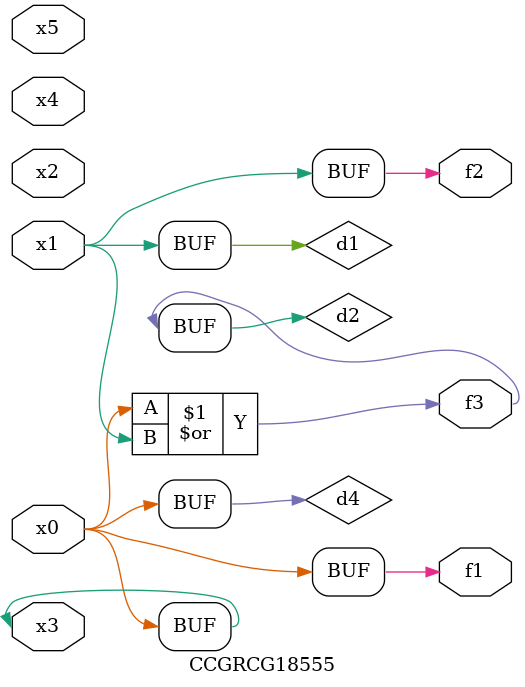
<source format=v>
module CCGRCG18555(
	input x0, x1, x2, x3, x4, x5,
	output f1, f2, f3
);

	wire d1, d2, d3, d4;

	and (d1, x1);
	or (d2, x0, x1);
	nand (d3, x0, x5);
	buf (d4, x0, x3);
	assign f1 = d4;
	assign f2 = d1;
	assign f3 = d2;
endmodule

</source>
